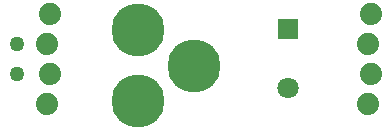
<source format=gbs>
G04 (created by PCBNEW (2013-07-07 BZR 4022)-stable) date 4/25/2015 1:18:05 AM*
%MOIN*%
G04 Gerber Fmt 3.4, Leading zero omitted, Abs format*
%FSLAX34Y34*%
G01*
G70*
G90*
G04 APERTURE LIST*
%ADD10C,0.00590551*%
%ADD11C,0.05*%
%ADD12C,0.177165*%
%ADD13R,0.0708661X0.0708661*%
%ADD14C,0.0708661*%
%ADD15C,0.074*%
G04 APERTURE END LIST*
G54D10*
G54D11*
X52850Y-15900D03*
X52850Y-16900D03*
G54D12*
X56900Y-15459D03*
X56900Y-17821D03*
X58750Y-16640D03*
G54D13*
X61900Y-15415D03*
G54D14*
X61900Y-17384D03*
G54D15*
X53850Y-15900D03*
X53950Y-16900D03*
X53850Y-17900D03*
X53950Y-14900D03*
X64550Y-15900D03*
X64650Y-16900D03*
X64550Y-17900D03*
X64650Y-14900D03*
M02*

</source>
